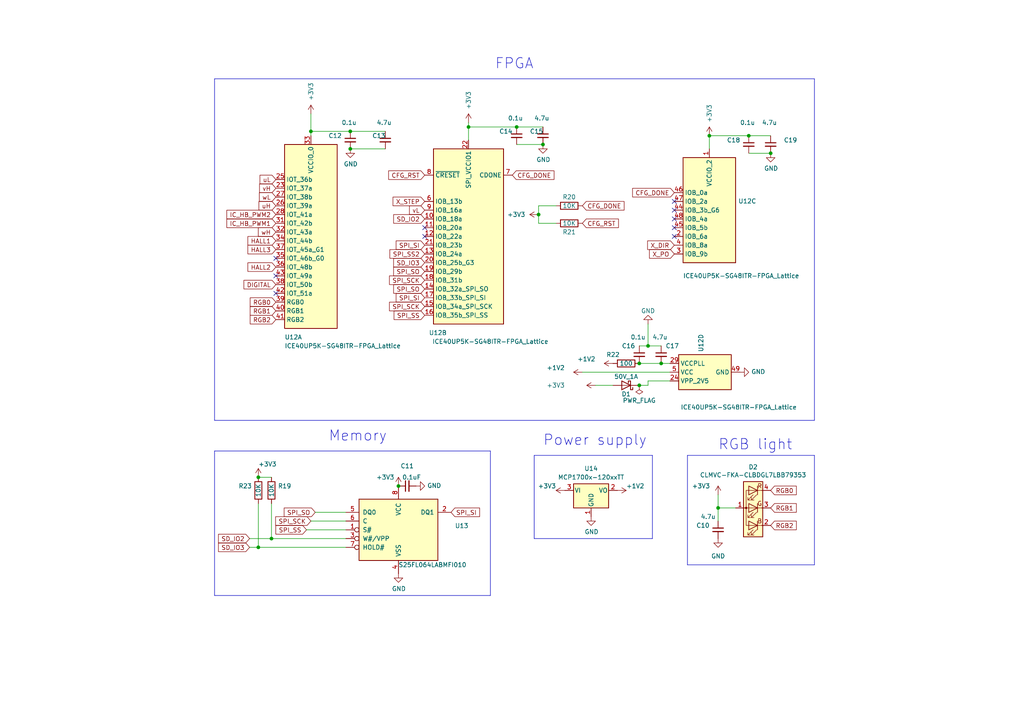
<source format=kicad_sch>
(kicad_sch (version 20230121) (generator eeschema)
  (paper "A4")
  (lib_symbols
    (symbol "Device:C_Small" (pin_numbers hide) (pin_names (offset 0.254) hide)
      (property "Reference" "C" (at 0.254 1.778 0))
      (property "Value" "C_Small" (at 0.254 -2.032 0))
      (symbol "C_Small_0_1"
        (polyline (pts (xy -1.524 -0.508) (xy 1.524 -0.508)) (stroke (width 0.3302)))
        (polyline (pts (xy -1.524 0.508) (xy 1.524 0.508)) (stroke (width 0.3048)))
      )
      (symbol "C_Small_1_1"
        (pin passive line (at 0 2.54 270) (length 2.032) (name "~") (number "1"))
        (pin passive line (at 0 -2.54 90) (length 2.032) (name "~") (number "2"))
      )
    )
    (symbol "Device:D_Schottky" (pin_numbers hide) (pin_names (offset 1.016) hide)
      (property "Reference" "D" (at 0 2.54 0))
      (property "Value" "D_Schottky" (at 0 -2.54 0))
      (symbol "D_Schottky_0_1"
        (polyline (pts (xy 1.27 0) (xy -1.27 0)))
        (polyline (pts (xy 1.27 1.27) (xy 1.27 -1.27) (xy -1.27 0) (xy 1.27 1.27)) (stroke (width 0.254)))
        (polyline (pts (xy -1.905 0.635) (xy -1.905 1.27) (xy -1.27 1.27) (xy -1.27 -1.27) (xy -0.635 -1.27) (xy -0.635 -0.635)) (stroke (width 0.254)))
      )
      (symbol "D_Schottky_1_1"
        (pin passive line (at -3.81 0 0) (length 2.54) (name "K") (number "1"))
        (pin passive line (at 3.81 0 180) (length 2.54) (name "A") (number "2"))
      )
    )
    (symbol "Device:R" (pin_numbers hide) (pin_names (offset 0))
      (property "Reference" "R" (at 2.032 0 90))
      (property "Value" "R" (at 0 0 90))
      (symbol "R_0_1"
        (rectangle (start -1.016 -2.54) (end 1.016 2.54) (stroke (width 0.254)))
      )
      (symbol "R_1_1"
        (pin passive line (at 0 3.81 270) (length 1.27) (name "~") (number "1"))
        (pin passive line (at 0 -3.81 90) (length 1.27) (name "~") (number "2"))
      )
    )
    (symbol "Regulator_Linear:MCP1700x-120xxTT" (pin_names (offset 0.254))
      (property "Reference" "U" (at -3.81 3.175 0))
      (property "Value" "MCP1700x-120xxTT" (at 0 3.175 0))
      (symbol "MCP1700x-120xxTT_0_1"
        (rectangle (start -5.08 1.905) (end 5.08 -5.08) (stroke (width 0.254)) (fill (type background)))
      )
      (symbol "MCP1700x-120xxTT_1_1"
        (pin power_in line (at 0 -7.62 90) (length 2.54) (name "GND") (number "1"))
        (pin power_out line (at 7.62 0 180) (length 2.54) (name "VO") (number "2"))
        (pin power_in line (at -7.62 0 0) (length 2.54) (name "VI") (number "3"))
      )
    )
    (symbol "power:+1V2" (power) (pin_names (offset 0))
      (property "Value" "+1V2" (at 0 3.556 0))
      (symbol "+1V2_0_1"
        (polyline (pts (xy -0.762 1.27) (xy 0 2.54)))
        (polyline (pts (xy 0 0) (xy 0 2.54)))
        (polyline (pts (xy 0 2.54) (xy 0.762 1.27)))
      )
      (symbol "+1V2_1_1"
        (pin power_in line (at 0 0 90) (length 0) hide (name "+1V2") (number "1"))
      )
    )
    (symbol "power:+3V3" (power) (pin_names (offset 0))
      (property "Value" "+3V3" (at 0 3.556 0))
      (symbol "+3V3_0_1"
        (polyline (pts (xy -0.762 1.27) (xy 0 2.54)))
        (polyline (pts (xy 0 0) (xy 0 2.54)))
        (polyline (pts (xy 0 2.54) (xy 0.762 1.27)))
      )
      (symbol "+3V3_1_1"
        (pin power_in line (at 0 0 90) (length 0) hide (name "+3V3") (number "1"))
      )
    )
    (symbol "power:GND" (power) (pin_names (offset 0))
      (property "Value" "GND" (at 0 -3.81 0))
      (symbol "GND_0_1"
        (polyline (pts (xy 0 0) (xy 0 -1.27) (xy 1.27 -1.27) (xy 0 -2.54) (xy -1.27 -1.27) (xy 0 -1.27)))
      )
      (symbol "GND_1_1"
        (pin power_in line (at 0 0 270) (length 0) hide (name "GND") (number "1"))
      )
    )
    (symbol "power:PWR_FLAG" (power) (pin_numbers hide) (pin_names (offset 0) hide)
      (property "Value" "PWR_FLAG" (at 0 3.81 0))
      (symbol "PWR_FLAG_0_0"
        (pin power_out line (at 0 0 90) (length 0) (name "pwr") (number "1"))
      )
      (symbol "PWR_FLAG_0_1"
        (polyline (pts (xy 0 0) (xy 0 1.27) (xy -1.016 1.905) (xy 0 2.54) (xy 1.016 1.905) (xy 0 1.27)))
      )
    )
    (symbol "scanhead_library:Device_LED_ARGB" (pin_names (offset 0) hide)
      (property "Reference" "D" (at 0 9.398 0))
      (property "Value" "Device_LED_ARGB" (at 0 -8.89 0))
      (symbol "Device_LED_ARGB_0_0"
        (text "B" (at -1.905 3.81 0) (effects (font (size 1.27 1.27))))
        (text "G" (at -1.905 -1.27 0) (effects (font (size 1.27 1.27))))
        (text "R" (at -1.905 -6.35 0) (effects (font (size 1.27 1.27))))
      )
      (symbol "Device_LED_ARGB_0_1"
        (polyline (pts (xy -2.54 -5.08) (xy 1.27 -5.08)))
        (polyline (pts (xy -1.27 -3.81) (xy -1.27 -6.35)) (stroke (width 0.2032)))
        (polyline (pts (xy -1.27 1.27) (xy -1.27 -1.27)) (stroke (width 0.2032)))
        (polyline (pts (xy -1.27 6.35) (xy -1.27 3.81)) (stroke (width 0.2032)))
        (polyline (pts (xy 1.27 5.08) (xy -2.54 5.08)))
        (polyline (pts (xy 2.54 0) (xy -2.54 0)))
        (polyline (pts (xy 1.27 -5.08) (xy 2.032 -5.08) (xy 2.032 5.08) (xy 1.27 5.08)))
        (polyline (pts (xy 1.27 -3.81) (xy 1.27 -6.35) (xy -1.27 -5.08) (xy 1.27 -3.81)) (stroke (width 0.2032)))
        (polyline (pts (xy 1.27 1.27) (xy 1.27 -1.27) (xy -1.27 0) (xy 1.27 1.27)) (stroke (width 0.2032)))
        (polyline (pts (xy 1.27 6.35) (xy 1.27 3.81) (xy -1.27 5.08) (xy 1.27 6.35)) (stroke (width 0.2032)))
        (polyline (pts (xy -1.016 -3.81) (xy 0.508 -2.286) (xy -0.254 -2.286) (xy 0.508 -2.286) (xy 0.508 -3.048)))
        (polyline (pts (xy -1.016 1.27) (xy 0.508 2.794) (xy -0.254 2.794) (xy 0.508 2.794) (xy 0.508 2.032)))
        (polyline (pts (xy -1.016 6.35) (xy 0.508 7.874) (xy -0.254 7.874) (xy 0.508 7.874) (xy 0.508 7.112)))
        (polyline (pts (xy 0 -3.81) (xy 1.524 -2.286) (xy 0.762 -2.286) (xy 1.524 -2.286) (xy 1.524 -3.048)))
        (polyline (pts (xy 0 1.27) (xy 1.524 2.794) (xy 0.762 2.794) (xy 1.524 2.794) (xy 1.524 2.032)))
        (polyline (pts (xy 0 6.35) (xy 1.524 7.874) (xy 0.762 7.874) (xy 1.524 7.874) (xy 1.524 7.112)))
        (rectangle (start 1.27 6.35) (end 1.27 6.35))
        (circle (center 2.032 0) (radius 0.254) (fill (type outline)))
        (rectangle (start 2.794 8.382) (end -2.794 -7.62) (stroke (width 0.254)) (fill (type background)))
      )
      (symbol "Device_LED_ARGB_1_1"
        (pin passive line (at 5.08 0 180) (length 2.54) (name "A") (number "1"))
        (pin passive line (at -5.08 5.08 0) (length 2.54) (name "RK") (number "2"))
        (pin passive line (at -5.08 0 0) (length 2.54) (name "GK") (number "3"))
        (pin passive line (at -5.08 -5.08 0) (length 2.54) (name "BK") (number "4"))
      )
    )
    (symbol "scanhead_library:ICE40UP5K-SG48ITR-FPGA_Lattice"
      (property "Reference" "U" (at -8.89 -29.21 0))
      (property "Value" "ICE40UP5K-SG48ITR-FPGA_Lattice" (at 0 -31.75 0))
      (symbol "ICE40UP5K-SG48ITR-FPGA_Lattice_1_1"
        (rectangle (start -7.62 25.4) (end 7.62 -27.94) (stroke (width 0.254)) (fill (type background)))
        (pin bidirectional line (at -10.16 12.7 0) (length 2.54) (name "IOT_37a") (number "23"))
        (pin bidirectional line (at -10.16 15.24 0) (length 2.54) (name "IOT_36b") (number "25"))
        (pin bidirectional line (at -10.16 7.62 0) (length 2.54) (name "IOT_39a") (number "26"))
        (pin bidirectional line (at -10.16 10.16 0) (length 2.54) (name "IOT_38b") (number "27"))
        (pin bidirectional line (at -10.16 5.08 0) (length 2.54) (name "IOT_41a") (number "28"))
        (pin bidirectional line (at -10.16 2.54 0) (length 2.54) (name "IOT_42b") (number "31"))
        (pin bidirectional line (at -10.16 0 0) (length 2.54) (name "IOT_43a") (number "32"))
        (pin power_in line (at 0 27.94 270) (length 2.54) (name "VCCIO_0") (number "33"))
        (pin bidirectional line (at -10.16 -2.54 0) (length 2.54) (name "IOT_44b") (number "34"))
        (pin bidirectional line (at -10.16 -7.62 0) (length 2.54) (name "IOT_46b_G0") (number "35"))
        (pin bidirectional line (at -10.16 -10.16 0) (length 2.54) (name "IOT_48b") (number "36"))
        (pin bidirectional line (at -10.16 -5.08 0) (length 2.54) (name "IOT_45a_G1") (number "37"))
        (pin bidirectional line (at -10.16 -15.24 0) (length 2.54) (name "IOT_50b") (number "38"))
        (pin open_collector line (at -10.16 -20.32 0) (length 2.54) (name "RGB0") (number "39"))
        (pin open_collector line (at -10.16 -22.86 0) (length 2.54) (name "RGB1") (number "40"))
        (pin open_collector line (at -10.16 -25.4 0) (length 2.54) (name "RGB2") (number "41"))
        (pin bidirectional line (at -10.16 -17.78 0) (length 2.54) (name "IOT_51a") (number "42"))
        (pin bidirectional line (at -10.16 -12.7 0) (length 2.54) (name "IOT_49a") (number "43"))
      )
      (symbol "ICE40UP5K-SG48ITR-FPGA_Lattice_2_1"
        (rectangle (start -10.16 25.4) (end 10.16 -25.4) (stroke (width 0.254)) (fill (type background)))
        (pin bidirectional line (at -12.7 5.08 0) (length 2.54) (name "IOB_18a") (number "10"))
        (pin bidirectional line (at -12.7 2.54 0) (length 2.54) (name "IOB_20a") (number "11"))
        (pin bidirectional line (at -12.7 0 0) (length 2.54) (name "IOB_22a") (number "12"))
        (pin bidirectional line (at -12.7 -5.08 0) (length 2.54) (name "IOB_24a") (number "13"))
        (pin bidirectional line (at -12.7 -15.24 0) (length 2.54) (name "IOB_32a_SPI_SO") (number "14"))
        (pin bidirectional line (at -12.7 -20.32 0) (length 2.54) (name "IOB_34a_SPI_SCK") (number "15"))
        (pin bidirectional line (at -12.7 -22.86 0) (length 2.54) (name "IOB_35b_SPI_SS") (number "16"))
        (pin bidirectional line (at -12.7 -17.78 0) (length 2.54) (name "IOB_33b_SPI_SI") (number "17"))
        (pin bidirectional line (at -12.7 -12.7 0) (length 2.54) (name "IOB_31b") (number "18"))
        (pin bidirectional line (at -12.7 -10.16 0) (length 2.54) (name "IOB_29b") (number "19"))
        (pin bidirectional line (at -12.7 -7.62 0) (length 2.54) (name "IOB_25b_G3") (number "20"))
        (pin bidirectional line (at -12.7 -2.54 0) (length 2.54) (name "IOB_23b") (number "21"))
        (pin power_in line (at 0 27.94 270) (length 2.54) (name "SPI_VCCIO1") (number "22"))
        (pin bidirectional line (at -12.7 10.16 0) (length 2.54) (name "IOB_13b") (number "6"))
        (pin open_collector line (at 12.7 17.78 180) (length 2.54) (name "CDONE") (number "7"))
        (pin input line (at -12.7 17.78 0) (length 2.54) (name "~{CRESET}") (number "8"))
        (pin bidirectional line (at -12.7 7.62 0) (length 2.54) (name "IOB_16a") (number "9"))
      )
      (symbol "ICE40UP5K-SG48ITR-FPGA_Lattice_3_1"
        (rectangle (start -7.62 15.24) (end 7.62 -15.24) (stroke (width 0.254)) (fill (type background)))
        (pin power_in line (at 0 17.78 270) (length 2.54) (name "VCCIO_2") (number "1"))
        (pin bidirectional line (at -10.16 -7.62 0) (length 2.54) (name "IOB_6a") (number "2"))
        (pin bidirectional line (at -10.16 -12.7 0) (length 2.54) (name "IOB_9b") (number "3"))
        (pin bidirectional line (at -10.16 -10.16 0) (length 2.54) (name "IOB_8a") (number "4"))
        (pin bidirectional line (at -10.16 0 0) (length 2.54) (name "IOB_3b_G6") (number "44"))
        (pin bidirectional line (at -10.16 -5.08 0) (length 2.54) (name "IOB_5b") (number "45"))
        (pin bidirectional line (at -10.16 5.08 0) (length 2.54) (name "IOB_0a") (number "46"))
        (pin bidirectional line (at -10.16 2.54 0) (length 2.54) (name "IOB_2a") (number "47"))
        (pin bidirectional line (at -10.16 -2.54 0) (length 2.54) (name "IOB_4a") (number "48"))
      )
      (symbol "ICE40UP5K-SG48ITR-FPGA_Lattice_4_1"
        (rectangle (start -5.08 7.62) (end 5.08 -7.62) (stroke (width 0.254)) (fill (type background)))
        (pin power_in line (at -2.54 10.16 270) (length 2.54) (name "VPP_2V5") (number "24"))
        (pin power_out line (at 2.54 10.16 270) (length 2.54) (name "VCCPLL") (number "29"))
        (pin passive line (at 0 10.16 270) (length 2.54) hide (name "VCC") (number "30"))
        (pin power_in line (at 0 -10.16 90) (length 2.54) (name "GND") (number "49"))
        (pin power_in line (at 0 10.16 270) (length 2.54) (name "VCC") (number "5"))
      )
    )
    (symbol "scanhead_library:M25PX32-VMW" (pin_names (offset 1.016))
      (property "Reference" "U" (at -10.16 10.16 0))
      (property "Value" "M25PX32-VMW" (at 7.62 -10.16 0))
      (symbol "M25PX32-VMW_0_1"
        (rectangle (start -11.43 8.89) (end 11.43 -8.89) (stroke (width 0.254)) (fill (type background)))
      )
      (symbol "M25PX32-VMW_1_1"
        (pin input inverted (at -15.24 0 0) (length 3.81) (name "S#") (number "1"))
        (pin bidirectional line (at 15.24 5.08 180) (length 3.81) (name "DQ1") (number "2"))
        (pin input inverted (at -15.24 -2.54 0) (length 3.81) (name "W#/VPP") (number "3"))
        (pin power_in line (at 0 -12.7 90) (length 3.81) (name "VSS") (number "4"))
        (pin bidirectional line (at -15.24 5.08 0) (length 3.81) (name "DQ0") (number "5"))
        (pin input line (at -15.24 2.54 0) (length 3.81) (name "C") (number "6"))
        (pin input inverted (at -15.24 -5.08 0) (length 3.81) (name "HOLD#") (number "7"))
        (pin power_in line (at 0 12.7 270) (length 3.81) (name "VCC") (number "8"))
      )
    )
  )
  (junction (at 90.17 38.1))
  (junction (at 185.42 105.41))
  (junction (at 74.93 138.43))
  (junction (at 205.74 39.37))
  (junction (at 217.17 39.37))
  (junction (at 156.21 62.23))
  (junction (at 78.74 156.21))
  (junction (at 185.42 111.76))
  (junction (at 187.96 100.33))
  (junction (at 208.28 147.32))
  (junction (at 149.86 36.83))
  (junction (at 115.57 140.97))
  (junction (at 74.93 158.75))
  (junction (at 135.89 36.83))
  (junction (at 191.77 105.41))
  (junction (at 223.52 44.45))
  (junction (at 101.6 43.18))
  (junction (at 157.48 41.91))
  (junction (at 101.6 38.1))
  (no_connect (at 195.58 63.5))
  (no_connect (at 195.58 60.96))
  (no_connect (at 80.01 74.93))
  (no_connect (at 123.19 66.04))
  (no_connect (at 195.58 68.58))
  (no_connect (at 195.58 66.04))
  (no_connect (at 80.01 80.01))
  (no_connect (at 80.01 85.09))
  (no_connect (at 123.19 68.58))
  (no_connect (at 195.58 58.42))
  (wire (pts (xy 111.76 43.18) (xy 101.6 43.18)))
  (wire (pts (xy 74.93 158.75) (xy 100.33 158.75)))
  (polyline (pts (xy 199.39 132.08) (xy 199.39 163.83)))
  (wire (pts (xy 90.17 38.1) (xy 90.17 33.02)))
  (wire (pts (xy 217.17 44.45) (xy 223.52 44.45)))
  (wire (pts (xy 156.21 64.77) (xy 161.29 64.77)))
  (wire (pts (xy 161.29 59.69) (xy 156.21 59.69)))
  (wire (pts (xy 187.96 93.98) (xy 187.96 100.33)))
  (polyline (pts (xy 189.23 132.08) (xy 189.23 156.21)))
  (wire (pts (xy 135.89 36.83) (xy 135.89 35.56)))
  (wire (pts (xy 185.42 100.33) (xy 187.96 100.33)))
  (polyline (pts (xy 236.22 163.83) (xy 199.39 163.83)))
  (wire (pts (xy 72.39 158.75) (xy 74.93 158.75)))
  (wire (pts (xy 172.72 111.76) (xy 177.8 111.76)))
  (wire (pts (xy 156.21 62.23) (xy 156.21 64.77)))
  (polyline (pts (xy 154.94 156.21) (xy 154.94 132.08)))
  (wire (pts (xy 205.74 39.37) (xy 217.17 39.37)))
  (wire (pts (xy 78.74 138.43) (xy 74.93 138.43)))
  (wire (pts (xy 156.21 59.69) (xy 156.21 62.23)))
  (wire (pts (xy 90.17 38.1) (xy 101.6 38.1)))
  (polyline (pts (xy 62.23 130.81) (xy 62.23 172.72)))
  (wire (pts (xy 135.89 40.64) (xy 135.89 36.83)))
  (polyline (pts (xy 154.94 132.08) (xy 189.23 132.08)))
  (polyline (pts (xy 236.22 121.92) (xy 62.23 121.92)))
  (polyline (pts (xy 62.23 22.86) (xy 236.22 22.86)))
  (wire (pts (xy 187.96 111.76) (xy 187.96 110.49)))
  (polyline (pts (xy 236.22 132.08) (xy 236.22 163.83)))
  (polyline (pts (xy 142.24 172.72) (xy 62.23 172.72)))
  (polyline (pts (xy 62.23 22.86) (xy 62.23 121.92)))
  (wire (pts (xy 208.28 147.32) (xy 213.36 147.32)))
  (wire (pts (xy 205.74 39.37) (xy 205.74 43.18)))
  (wire (pts (xy 208.28 143.51) (xy 208.28 147.32)))
  (wire (pts (xy 78.74 146.05) (xy 78.74 156.21)))
  (wire (pts (xy 187.96 110.49) (xy 194.31 110.49)))
  (wire (pts (xy 191.77 105.41) (xy 194.31 105.41)))
  (wire (pts (xy 78.74 156.21) (xy 100.33 156.21)))
  (polyline (pts (xy 62.23 130.81) (xy 142.24 130.81)))
  (wire (pts (xy 100.33 153.67) (xy 88.9 153.67)))
  (wire (pts (xy 157.48 36.83) (xy 149.86 36.83)))
  (wire (pts (xy 101.6 38.1) (xy 111.76 38.1)))
  (wire (pts (xy 90.17 39.37) (xy 90.17 38.1)))
  (wire (pts (xy 217.17 39.37) (xy 223.52 39.37)))
  (wire (pts (xy 185.42 105.41) (xy 191.77 105.41)))
  (wire (pts (xy 149.86 36.83) (xy 135.89 36.83)))
  (wire (pts (xy 185.42 111.76) (xy 187.96 111.76)))
  (wire (pts (xy 74.93 158.75) (xy 74.93 146.05)))
  (wire (pts (xy 168.91 107.95) (xy 194.31 107.95)))
  (wire (pts (xy 90.17 151.13) (xy 100.33 151.13)))
  (wire (pts (xy 72.39 156.21) (xy 78.74 156.21)))
  (wire (pts (xy 187.96 100.33) (xy 191.77 100.33)))
  (polyline (pts (xy 236.22 22.86) (xy 236.22 121.92)))
  (polyline (pts (xy 142.24 130.81) (xy 142.24 172.72)))
  (wire (pts (xy 100.33 148.59) (xy 91.44 148.59)))
  (polyline (pts (xy 199.39 132.08) (xy 236.22 132.08)))
  (polyline (pts (xy 189.23 156.21) (xy 154.94 156.21)))
  (wire (pts (xy 208.28 147.32) (xy 208.28 151.13)))
  (wire (pts (xy 149.86 41.91) (xy 157.48 41.91)))
  (text "Power supply" (at 157.48 129.54 0) (effects (font (size 3 3)) (justify left bottom)))
  (text "FPGA" (at 143.51 20.32 0) (effects (font (size 3 3)) (justify left bottom)))
  (text "RGB light" (at 208.28 130.81 0) (effects (font (size 3 3)) (justify left bottom)))
  (text "Memory" (at 95.25 128.27 0) (effects (font (size 3 3)) (justify left bottom)))
  (global_label "SD_IO2" (shape input) (at 123.19 63.5 180) (property "Intersheetrefs" "${INTERSHEET_REFS}" (effects hide)))
  (global_label "SPI_SO" (shape input) (at 123.19 78.74 180) (property "Intersheetrefs" "${INTERSHEET_REFS}" (effects hide)))
  (global_label "CFG_RST" (shape input) (at 168.91 64.77 0) (property "Intersheetrefs" "${INTERSHEET_REFS}" (effects hide)))
  (global_label "RGB1" (shape input) (at 80.01 90.17 180) (property "Intersheetrefs" "${INTERSHEET_REFS}" (effects hide)))
  (global_label "SD_IO3" (shape input) (at 123.19 76.2 180) (property "Intersheetrefs" "${INTERSHEET_REFS}" (effects hide)))
  (global_label "SPI_SI" (shape input) (at 123.19 71.12 180) (property "Intersheetrefs" "${INTERSHEET_REFS}" (effects hide)))
  (global_label "SPI_SS" (shape input) (at 123.19 91.44 180) (property "Intersheetrefs" "${INTERSHEET_REFS}" (effects hide)))
  (global_label "SPI_SS2" (shape input) (at 123.19 73.66 180) (property "Intersheetrefs" "${INTERSHEET_REFS}" (effects hide)))
  (global_label "SPI_SCK" (shape input) (at 90.17 151.13 180) (property "Intersheetrefs" "${INTERSHEET_REFS}" (effects hide)))
  (global_label "X_PO" (shape input) (at 195.58 73.66 180) (property "Intersheetrefs" "${INTERSHEET_REFS}" (effects hide)))
  (global_label "uL" (shape input) (at 80.01 52.07 180) (property "Intersheetrefs" "${INTERSHEET_REFS}" (effects hide)))
  (global_label "CFG_RST" (shape input) (at 123.19 50.8 180) (property "Intersheetrefs" "${INTERSHEET_REFS}" (effects hide)))
  (global_label "IC_HB_PWM1" (shape input) (at 80.01 64.77 180) (property "Intersheetrefs" "${INTERSHEET_REFS}" (effects hide)))
  (global_label "uH" (shape input) (at 80.01 59.69 180) (property "Intersheetrefs" "${INTERSHEET_REFS}" (effects hide)))
  (global_label "SD_IO3" (shape input) (at 72.39 158.75 180) (property "Intersheetrefs" "${INTERSHEET_REFS}" (effects hide)))
  (global_label "SPI_SO" (shape input) (at 123.19 83.82 180) (property "Intersheetrefs" "${INTERSHEET_REFS}" (effects hide)))
  (global_label "RGB0" (shape input) (at 80.01 87.63 180) (property "Intersheetrefs" "${INTERSHEET_REFS}" (effects hide)))
  (global_label "SPI_SO" (shape input) (at 91.44 148.59 180) (property "Intersheetrefs" "${INTERSHEET_REFS}" (effects hide)))
  (global_label "SPI_SI" (shape input) (at 130.81 148.59 0) (property "Intersheetrefs" "${INTERSHEET_REFS}" (effects hide)))
  (global_label "wH" (shape input) (at 80.01 67.31 180) (property "Intersheetrefs" "${INTERSHEET_REFS}" (effects hide)))
  (global_label "wL" (shape input) (at 80.01 57.15 180) (property "Intersheetrefs" "${INTERSHEET_REFS}" (effects hide)))
  (global_label "CFG_DONE" (shape input) (at 148.59 50.8 0) (property "Intersheetrefs" "${INTERSHEET_REFS}" (effects hide)))
  (global_label "RGB1" (shape input) (at 223.52 147.32 0) (property "Intersheetrefs" "${INTERSHEET_REFS}" (effects hide)))
  (global_label "HALL3" (shape input) (at 80.01 72.39 180) (property "Intersheetrefs" "${INTERSHEET_REFS}" (effects hide)))
  (global_label "RGB2" (shape input) (at 80.01 92.71 180) (property "Intersheetrefs" "${INTERSHEET_REFS}" (effects hide)))
  (global_label "SD_IO2" (shape input) (at 72.39 156.21 180) (property "Intersheetrefs" "${INTERSHEET_REFS}" (effects hide)))
  (global_label "vH" (shape input) (at 80.01 54.61 180) (property "Intersheetrefs" "${INTERSHEET_REFS}" (effects hide)))
  (global_label "SPI_SCK" (shape input) (at 123.19 81.28 180) (property "Intersheetrefs" "${INTERSHEET_REFS}" (effects hide)))
  (global_label "HALL1" (shape input) (at 80.01 69.85 180) (property "Intersheetrefs" "${INTERSHEET_REFS}" (effects hide)))
  (global_label "SPI_SI" (shape input) (at 123.19 86.36 180) (property "Intersheetrefs" "${INTERSHEET_REFS}" (effects hide)))
  (global_label "vL" (shape input) (at 123.19 60.96 180) (property "Intersheetrefs" "${INTERSHEET_REFS}" (effects hide)))
  (global_label "IC_HB_PWM2" (shape input) (at 80.01 62.23 180) (property "Intersheetrefs" "${INTERSHEET_REFS}" (effects hide)))
  (global_label "X_STEP" (shape input) (at 123.19 58.42 180) (property "Intersheetrefs" "${INTERSHEET_REFS}" (effects hide)))
  (global_label "RGB2" (shape input) (at 223.52 152.4 0) (property "Intersheetrefs" "${INTERSHEET_REFS}" (effects hide)))
  (global_label "CFG_DONE" (shape input) (at 168.91 59.69 0) (property "Intersheetrefs" "${INTERSHEET_REFS}" (effects hide)))
  (global_label "SPI_SS" (shape input) (at 88.9 153.67 180) (property "Intersheetrefs" "${INTERSHEET_REFS}" (effects hide)))
  (global_label "HALL2" (shape input) (at 80.01 77.47 180) (property "Intersheetrefs" "${INTERSHEET_REFS}" (effects hide)))
  (global_label "RGB0" (shape input) (at 223.52 142.24 0) (property "Intersheetrefs" "${INTERSHEET_REFS}" (effects hide)))
  (global_label "SPI_SCK" (shape input) (at 123.19 88.9 180) (property "Intersheetrefs" "${INTERSHEET_REFS}" (effects hide)))
  (global_label "CFG_DONE" (shape input) (at 195.58 55.88 180) (property "Intersheetrefs" "${INTERSHEET_REFS}" (effects hide)))
  (global_label "DIGITAL" (shape input) (at 80.01 82.55 180) (property "Intersheetrefs" "${INTERSHEET_REFS}" (effects hide)))
  (global_label "X_DIR" (shape input) (at 195.58 71.12 180) (property "Intersheetrefs" "${INTERSHEET_REFS}" (effects hide)))
  (symbol (lib_id "Device:R") (at 165.1 59.69 90) (unit 1)
    (property "Reference" "R20" (at 165.1 57.15 90))
    (property "Value" "10K" (at 165.1 59.69 90))
    (property "Footprint" "Resistor_SMD:R_0805_2012Metric_Pad1.20x1.40mm_HandSolder" (effects hide))
  )
  (symbol (lib_id "power:+3V3") (at 115.57 140.97 0) (unit 1)
    (property "Reference" "#PWR0128" (effects hide))
    (property "Value" "+3V3" (at 111.76 138.43 0))
  )
  (symbol (lib_id "Device:C_Small") (at 118.11 140.97 90) (unit 1)
    (property "Reference" "C11" (at 118.11 135.1534 90))
    (property "Value" "0.1uF" (at 119.38 138.43 90))
    (property "Footprint" "Capacitor_SMD:C_0805_2012Metric_Pad1.18x1.45mm_HandSolder" (effects hide))
  )
  (symbol (lib_id "power:GND") (at 120.65 140.97 90) (unit 1)
    (property "Reference" "#PWR0129" (effects hide))
    (property "Value" "GND" (at 123.9012 140.843 90) (effects (justify right)))
  )
  (symbol (lib_id "power:GND") (at 115.57 166.37 0) (unit 1)
    (property "Reference" "#PWR0130" (effects hide))
    (property "Value" "GND" (at 115.697 170.7642 0))
  )
  (symbol (lib_id "scanhead_library:M25PX32-VMW") (at 115.57 153.67 0) (unit 1)
    (property "Reference" "U13" (at 131.9276 152.5016 0) (effects (justify left)))
    (property "Value" "S25FL064LABMFI010" (at 115.57 163.83 0) (effects (justify left)))
    (property "Footprint" "Package_SO:SOIC-8W_5.3x5.3mm_P1.27mm" (effects hide))
    (property "Datasheet" "https://nl.farnell.com/cypress-semiconductor/s25fl064labmfi010/flash-memory-64mbit-soic-8/dp/2768034" (effects hide))
  )
  (symbol (lib_id "Device:R") (at 78.74 142.24 180) (unit 1)
    (property "Reference" "R19" (at 82.55 140.97 0))
    (property "Value" "10K" (at 78.74 142.24 90))
    (property "Footprint" "Resistor_SMD:R_0805_2012Metric_Pad1.20x1.40mm_HandSolder" (effects hide))
  )
  (symbol (lib_id "Device:R") (at 74.93 142.24 180) (unit 1)
    (property "Reference" "R23" (at 71.12 140.97 0))
    (property "Value" "10K" (at 74.93 142.24 90))
    (property "Footprint" "Resistor_SMD:R_0805_2012Metric_Pad1.20x1.40mm_HandSolder" (effects hide))
  )
  (symbol (lib_id "Device:R") (at 165.1 64.77 90) (unit 1)
    (property "Reference" "R21" (at 165.1 67.31 90))
    (property "Value" "10K" (at 165.1 64.77 90))
    (property "Footprint" "Resistor_SMD:R_0805_2012Metric_Pad1.20x1.40mm_HandSolder" (effects hide))
  )
  (symbol (lib_id "scanhead_library:ICE40UP5K-SG48ITR-FPGA_Lattice") (at 90.17 67.31 0) (unit 1)
    (property "Reference" "U12" (at 82.55 97.79 0) (effects (justify left)))
    (property "Value" "ICE40UP5K-SG48ITR-FPGA_Lattice" (at 82.55 100.33 0) (effects (justify left)))
    (property "Footprint" "Package_DFN_QFN:QFN-48-1EP_7x7mm_P0.5mm_EP5.6x5.6mm" (effects hide))
  )
  (symbol (lib_id "scanhead_library:ICE40UP5K-SG48ITR-FPGA_Lattice") (at 135.89 68.58 0) (unit 2)
    (property "Reference" "U12" (at 127 96.52 0))
    (property "Value" "ICE40UP5K-SG48ITR-FPGA_Lattice" (at 142.24 99.06 0))
    (property "Footprint" "Package_DFN_QFN:QFN-48-1EP_7x7mm_P0.5mm_EP5.6x5.6mm" (effects hide))
  )
  (symbol (lib_id "scanhead_library:ICE40UP5K-SG48ITR-FPGA_Lattice") (at 205.74 60.96 0) (unit 3)
    (property "Reference" "U12" (at 214.122 58.3438 0) (effects (justify left)))
    (property "Value" "ICE40UP5K-SG48ITR-FPGA_Lattice" (at 198.12 80.01 0) (effects (justify left)))
    (property "Footprint" "Package_DFN_QFN:QFN-48-1EP_7x7mm_P0.5mm_EP5.6x5.6mm" (effects hide))
  )
  (symbol (lib_id "scanhead_library:ICE40UP5K-SG48ITR-FPGA_Lattice") (at 204.47 107.95 90) (unit 4)
    (property "Reference" "U12" (at 203.3016 102.108 0) (effects (justify left)))
    (property "Value" "ICE40UP5K-SG48ITR-FPGA_Lattice" (at 231.14 118.11 90) (effects (justify left)))
    (property "Footprint" "Package_DFN_QFN:QFN-48-1EP_7x7mm_P0.5mm_EP5.6x5.6mm" (effects hide))
  )
  (symbol (lib_id "power:GND") (at 101.6 43.18 0) (unit 1)
    (property "Reference" "#PWR0123" (effects hide))
    (property "Value" "GND" (at 101.727 47.5742 0))
  )
  (symbol (lib_id "Device:C_Small") (at 101.6 40.64 0) (unit 1)
    (property "Reference" "C12" (at 95.25 39.37 0) (effects (justify left)))
    (property "Value" "0.1u" (at 99.06 35.56 0) (effects (justify left)))
    (property "Footprint" "Capacitor_SMD:C_0805_2012Metric_Pad1.18x1.45mm_HandSolder" (effects hide))
  )
  (symbol (lib_id "Device:C_Small") (at 111.76 40.64 0) (unit 1)
    (property "Reference" "C13" (at 107.95 39.37 0) (effects (justify left)))
    (property "Value" "4.7u" (at 109.22 35.56 0) (effects (justify left)))
    (property "Footprint" "Capacitor_SMD:C_0805_2012Metric_Pad1.18x1.45mm_HandSolder" (effects hide))
  )
  (symbol (lib_id "Device:C_Small") (at 149.86 39.37 0) (unit 1)
    (property "Reference" "C14" (at 144.78 38.1 0) (effects (justify left)))
    (property "Value" "0.1u" (at 147.32 34.29 0) (effects (justify left)))
    (property "Footprint" "Capacitor_SMD:C_0805_2012Metric_Pad1.18x1.45mm_HandSolder" (effects hide))
  )
  (symbol (lib_id "Device:C_Small") (at 157.48 39.37 0) (unit 1)
    (property "Reference" "C15" (at 153.67 38.1 0) (effects (justify left)))
    (property "Value" "4.7u" (at 154.94 34.29 0) (effects (justify left)))
    (property "Footprint" "Capacitor_SMD:C_0805_2012Metric_Pad1.18x1.45mm_HandSolder" (effects hide))
  )
  (symbol (lib_id "Device:C_Small") (at 217.17 41.91 0) (unit 1)
    (property "Reference" "C18" (at 210.82 40.64 0) (effects (justify left)))
    (property "Value" "0.1u" (at 214.63 35.56 0) (effects (justify left)))
    (property "Footprint" "Capacitor_SMD:C_0805_2012Metric_Pad1.18x1.45mm_HandSolder" (effects hide))
  )
  (symbol (lib_id "Device:C_Small") (at 223.52 41.91 0) (unit 1)
    (property "Reference" "C19" (at 227.33 40.64 0) (effects (justify left)))
    (property "Value" "4.7u" (at 220.98 35.56 0) (effects (justify left)))
    (property "Footprint" "Capacitor_SMD:C_0805_2012Metric_Pad1.18x1.45mm_HandSolder" (effects hide))
  )
  (symbol (lib_id "power:GND") (at 157.48 41.91 0) (unit 1)
    (property "Reference" "#PWR0120" (effects hide))
    (property "Value" "GND" (at 157.607 46.3042 0))
  )
  (symbol (lib_id "power:GND") (at 223.52 44.45 0) (unit 1)
    (property "Reference" "#PWR0117" (effects hide))
    (property "Value" "GND" (at 223.647 48.8442 0))
  )
  (symbol (lib_id "power:+1V2") (at 177.8 105.41 90) (unit 1)
    (property "Reference" "#PWR0134" (effects hide))
    (property "Value" "+1V2" (at 172.72 104.14 90) (effects (justify left)))
  )
  (symbol (lib_id "power:GND") (at 214.63 107.95 90) (unit 1)
    (property "Reference" "#PWR0132" (effects hide))
    (property "Value" "GND" (at 217.8812 107.823 90) (effects (justify right)))
  )
  (symbol (lib_id "Device:R") (at 181.61 105.41 90) (unit 1)
    (property "Reference" "R22" (at 177.8 102.87 90))
    (property "Value" "100" (at 181.61 105.41 90))
    (property "Footprint" "Resistor_SMD:R_0805_2012Metric_Pad1.20x1.40mm_HandSolder" (effects hide))
  )
  (symbol (lib_id "Device:C_Small") (at 185.42 102.87 0) (unit 1)
    (property "Reference" "C16" (at 180.34 100.33 0) (effects (justify left)))
    (property "Value" "0.1u" (at 182.88 97.79 0) (effects (justify left)))
    (property "Footprint" "Capacitor_SMD:C_0805_2012Metric_Pad1.18x1.45mm_HandSolder" (effects hide))
  )
  (symbol (lib_id "Device:C_Small") (at 191.77 102.87 0) (unit 1)
    (property "Reference" "C17" (at 193.04 100.33 0) (effects (justify left)))
    (property "Value" "4.7u" (at 189.23 97.79 0) (effects (justify left)))
    (property "Footprint" "Capacitor_SMD:C_0805_2012Metric_Pad1.18x1.45mm_HandSolder" (effects hide))
  )
  (symbol (lib_id "Device:D_Schottky") (at 181.61 111.76 180) (unit 1)
    (property "Reference" "D1" (at 181.61 114.3 0))
    (property "Value" "50V_1A" (at 181.61 109.22 0))
    (property "Footprint" "Diode_SMD:D_SMA_Handsoldering" (effects hide))
  )
  (symbol (lib_id "power:PWR_FLAG") (at 185.42 111.76 180) (unit 1)
    (property "Reference" "#FLG0103" (effects hide))
    (property "Value" "PWR_FLAG" (at 185.42 116.1542 0))
  )
  (symbol (lib_id "power:+1V2") (at 168.91 107.95 90) (unit 1)
    (property "Reference" "#PWR0137" (effects hide))
    (property "Value" "+1V2" (at 163.83 106.68 90) (effects (justify left)))
  )
  (symbol (lib_id "scanhead_library:Device_LED_ARGB") (at 218.44 147.32 180) (unit 1)
    (property "Reference" "D2" (at 218.44 135.4582 0))
    (property "Value" "CLMVC-FKA-CLBDGL7LBB79353" (at 218.44 137.7696 0))
    (property "Footprint" "LED_SMD:LED_Cree-PLCC4_2x2mm_CW" (effects hide))
    (property "Datasheet" "http://www.cree.com/led-components/media/documents/CLV1L-FKB-1238.pdf" (effects hide))
  )
  (symbol (lib_id "Device:C_Small") (at 208.28 153.67 0) (unit 1)
    (property "Reference" "C10" (at 201.93 152.4 0) (effects (justify left)))
    (property "Value" "4.7u" (at 203.2 149.86 0) (effects (justify left)))
    (property "Footprint" "Capacitor_SMD:C_0805_2012Metric_Pad1.18x1.45mm_HandSolder" (effects hide))
  )
  (symbol (lib_id "power:GND") (at 171.45 149.86 0) (unit 1)
    (property "Reference" "#PWR027" (effects hide))
    (property "Value" "GND" (at 171.577 154.2542 0))
  )
  (symbol (lib_id "power:+3V3") (at 208.28 143.51 0) (unit 1)
    (property "Reference" "#PWR019" (effects hide))
    (property "Value" "+3V3" (at 200.66 140.97 0) (effects (justify left)))
    (instances (project "scanhead_pcb" (path "" (reference "#PWR019") (unit 1)) (path "" (reference "#PWR033") (unit 1)) (path "" (reference "#PWR042") (unit 1))))
  )
  (symbol (lib_id "power:+3V3") (at 74.93 138.43 0) (unit 1)
    (property "Reference" "#PWR019" (effects hide))
    (property "Value" "+3V3" (at 74.93 134.62 0) (effects (justify left)))
    (instances (project "scanhead_pcb" (path "" (reference "#PWR019") (unit 1)) (path "" (reference "#PWR033") (unit 1)) (path "" (reference "#PWR043") (unit 1))))
  )
  (symbol (lib_id "power:+3V3") (at 156.21 62.23 90) (unit 1)
    (property "Reference" "#PWR019" (effects hide))
    (property "Value" "+3V3" (at 152.4 62.23 90) (effects (justify left)))
    (instances (project "scanhead_pcb" (path "" (reference "#PWR019") (unit 1)) (path "" (reference "#PWR033") (unit 1)) (path "" (reference "#PWR041") (unit 1))))
  )
  (symbol (lib_id "power:GND") (at 208.28 156.21 0) (unit 1)
    (property "Reference" "#PWR030" (effects hide))
    (property "Value" "GND" (at 208.28 161.29 0))
  )
  (symbol (lib_id "power:+1V2") (at 179.07 142.24 270) (unit 1)
    (property "Reference" "#PWR028" (effects hide))
    (property "Value" "+1V2" (at 181.61 140.97 90) (effects (justify left)))
  )
  (symbol (lib_id "power:+3V3") (at 205.74 39.37 0) (unit 1)
    (property "Reference" "#PWR019" (effects hide))
    (property "Value" "+3V3" (at 205.74 35.56 90) (effects (justify left)))
    (instances (project "scanhead_pcb" (path "" (reference "#PWR019") (unit 1)) (path "" (reference "#PWR033") (unit 1)) (path "" (reference "#PWR036") (unit 1))))
  )
  (symbol (lib_id "power:+3V3") (at 135.89 35.56 0) (unit 1)
    (property "Reference" "#PWR019" (effects hide))
    (property "Value" "+3V3" (at 135.89 31.75 90) (effects (justify left)))
    (instances (project "scanhead_pcb" (path "" (reference "#PWR019") (unit 1)) (path "" (reference "#PWR033") (unit 1)) (path "" (reference "#PWR034") (unit 1))))
  )
  (symbol (lib_id "power:+3V3") (at 163.83 142.24 90) (unit 1)
    (property "Reference" "#PWR026" (effects hide))
    (property "Value" "+3V3" (at 161.29 140.97 90) (effects (justify left)))
  )
  (symbol (lib_id "power:+3V3") (at 172.72 111.76 90) (unit 1)
    (property "Reference" "#PWR019" (effects hide))
    (property "Value" "+3V3" (at 163.83 111.76 90) (effects (justify left)))
    (instances (project "scanhead_pcb" (path "" (reference "#PWR019") (unit 1)) (path "" (reference "#PWR033") (unit 1)) (path "" (reference "#PWR044") (unit 1))))
  )
  (symbol (lib_id "power:+3V3") (at 90.17 33.02 0) (unit 1)
    (property "Reference" "#PWR019" (effects hide))
    (property "Value" "+3V3" (at 90.17 29.21 90) (effects (justify left)))
    (instances (project "scanhead_pcb" (path "" (reference "#PWR019") (unit 1)) (path "" (reference "#PWR033") (unit 1)) (path "" (reference "#PWR035") (unit 1))))
  )
  (symbol (lib_id "Regulator_Linear:MCP1700x-120xxTT") (at 171.45 142.24 0) (unit 1)
    (property "Reference" "U14" (at 171.45 135.89 0))
    (property "Value" "MCP1700x-120xxTT" (at 171.45 138.43 0))
    (property "Footprint" "Package_TO_SOT_SMD:SOT-23" (effects hide))
    (property "Datasheet" "http://ww1.microchip.com/downloads/en/DeviceDoc/20001826D.pdf" (effects hide))
  )
  (symbol (lib_id "power:GND") (at 187.96 93.98 180) (unit 1)
    (property "Reference" "#PWR029" (effects hide))
    (property "Value" "GND" (at 187.96 90.17 0))
  )
)
</source>
